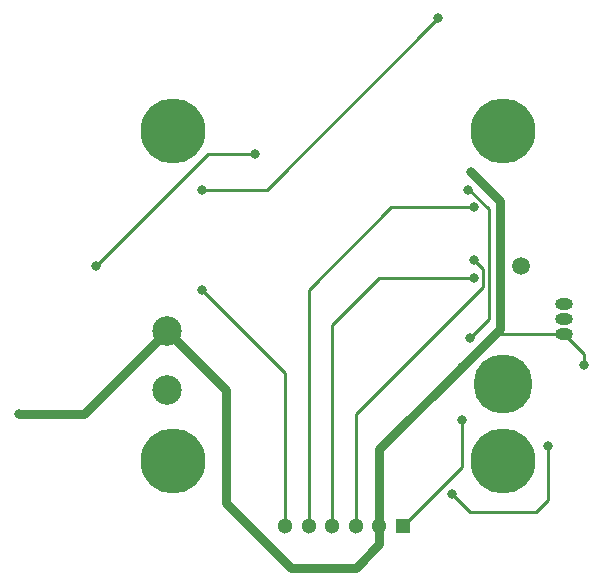
<source format=gbl>
G04 Layer_Physical_Order=2*
G04 Layer_Color=16711680*
%FSTAX42Y42*%
%MOMM*%
G71*
G01*
G75*
%ADD29C,0.25*%
%ADD30C,0.76*%
%ADD31C,2.50*%
%ADD32O,1.50X1.00*%
%ADD33C,1.30*%
%ADD34R,1.30X1.30*%
%ADD35C,5.50*%
%ADD36C,5.00*%
%ADD37C,1.50*%
%ADD38C,0.81*%
D29*
X025303Y041245D02*
Y042177D01*
X025146Y041088D02*
X025303Y041245D01*
X025136Y042344D02*
X025303Y042177D01*
X025128Y042344D02*
X025136D01*
X025943Y041121D02*
X026111Y040952D01*
Y04086D02*
Y040952D01*
X025806Y039717D02*
Y040174D01*
X025705Y039615D02*
X025806Y039717D01*
X025146Y039615D02*
X025705D01*
X024993Y039767D02*
X025146Y039615D01*
X024478Y042194D02*
X025178D01*
X023778Y041494D02*
X024478Y042194D01*
X023778Y039494D02*
Y041494D01*
X021978Y041694D02*
X022928Y042644D01*
X022878Y042344D02*
X023428D01*
X023578Y039494D02*
Y040794D01*
X022878Y041494D02*
X023578Y040794D01*
X022928Y042644D02*
X023328D01*
X024578Y039494D02*
X025078Y039994D01*
Y040394D01*
X025355Y041121D02*
X025943D01*
X024178Y039494D02*
Y040444D01*
X025254Y04152D01*
Y041668D01*
X025178Y041744D02*
X025254Y041668D01*
X025178Y041744D02*
X025178D01*
X024378Y041594D02*
X025178D01*
X023978Y041194D02*
X024378Y041594D01*
X023978Y039494D02*
Y041194D01*
X023428Y042344D02*
X024878Y043794D01*
D30*
X025355Y041121D02*
X0254Y041165D01*
X025078Y040844D02*
X025355Y041121D01*
X0254Y041165D02*
Y042247D01*
X025153Y042494D02*
X0254Y042247D01*
X021878Y040444D02*
X022578Y041144D01*
X021328Y040444D02*
X021878D01*
X023078Y039694D02*
Y040644D01*
X024378Y040144D02*
X025078Y040844D01*
X022578Y041144D02*
X023078Y040644D01*
Y039694D02*
X023628Y039144D01*
X024178D01*
X024378Y039494D02*
Y040144D01*
Y039344D02*
Y039494D01*
X024178Y039144D02*
X024378Y039344D01*
D31*
X022578Y040644D02*
D03*
Y041144D02*
D03*
D32*
X025943Y041121D02*
D03*
Y041248D02*
D03*
Y041375D02*
D03*
D33*
X023578Y039494D02*
D03*
X023778D02*
D03*
X023978D02*
D03*
X024378D02*
D03*
X024178D02*
D03*
D34*
X024578D02*
D03*
D35*
X022628Y040044D02*
D03*
Y042844D02*
D03*
X025428D02*
D03*
Y040044D02*
D03*
D36*
Y040694D02*
D03*
D37*
X025578Y041694D02*
D03*
D38*
X025146Y041088D02*
D03*
X024993Y039767D02*
D03*
X026111Y04086D02*
D03*
X025806Y040174D02*
D03*
X025153Y042494D02*
D03*
X025128Y042344D02*
D03*
X025078Y040844D02*
D03*
X023328Y042644D02*
D03*
X021978Y041694D02*
D03*
X025078Y040394D02*
D03*
X021328Y040444D02*
D03*
X024878Y043794D02*
D03*
X022878Y042344D02*
D03*
Y041494D02*
D03*
X025178Y041594D02*
D03*
Y041744D02*
D03*
Y042194D02*
D03*
M02*

</source>
